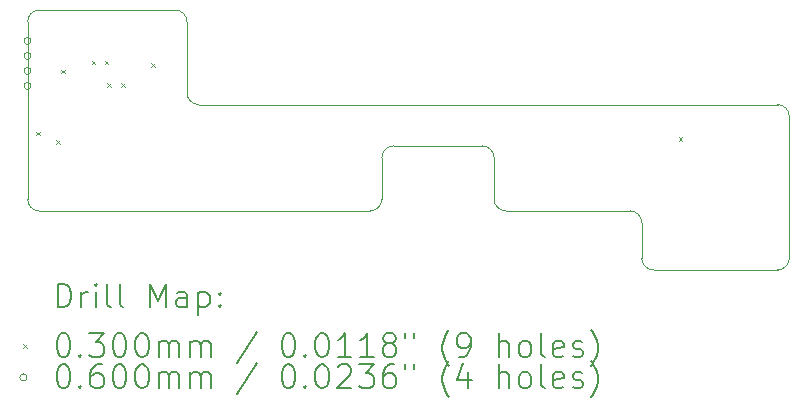
<source format=gbr>
%TF.GenerationSoftware,KiCad,Pcbnew,8.0.0*%
%TF.CreationDate,2024-06-25T20:42:57+02:00*%
%TF.ProjectId,FT24-AMS_Slave-Piggy,46543234-2d41-44d5-935f-536c6176652d,rev?*%
%TF.SameCoordinates,Original*%
%TF.FileFunction,Drillmap*%
%TF.FilePolarity,Positive*%
%FSLAX45Y45*%
G04 Gerber Fmt 4.5, Leading zero omitted, Abs format (unit mm)*
G04 Created by KiCad (PCBNEW 8.0.0) date 2024-06-25 20:42:57*
%MOMM*%
%LPD*%
G01*
G04 APERTURE LIST*
%ADD10C,0.100000*%
%ADD11C,0.200000*%
G04 APERTURE END LIST*
D10*
X18000000Y-10350000D02*
G75*
G02*
X18100000Y-10450000I0J-100000D01*
G01*
X14150000Y-8650000D02*
G75*
G02*
X14250000Y-8750000I0J-100000D01*
G01*
X14250000Y-8750000D02*
X14250000Y-9350000D01*
X19350000Y-10750000D02*
G75*
G02*
X19250000Y-10850000I-100000J0D01*
G01*
X19250000Y-9450000D02*
G75*
G02*
X19350000Y-9550000I0J-100000D01*
G01*
X16750000Y-9800000D02*
G75*
G02*
X16850000Y-9900000I0J-100000D01*
G01*
X14350000Y-9450000D02*
X19250000Y-9450000D01*
X12900000Y-10250000D02*
X12900000Y-8750000D01*
X12900000Y-8750000D02*
G75*
G02*
X13000000Y-8650000I100000J0D01*
G01*
X19250000Y-10850000D02*
X18200000Y-10850000D01*
X15900000Y-10250000D02*
X15900000Y-9900000D01*
X19350000Y-9550000D02*
X19350000Y-10750000D01*
X18100000Y-10750000D02*
X18100000Y-10450000D01*
X18200000Y-10850000D02*
G75*
G02*
X18100000Y-10750000I0J100000D01*
G01*
X15900000Y-10250000D02*
G75*
G02*
X15800000Y-10350000I-100000J0D01*
G01*
X13000000Y-10350000D02*
G75*
G02*
X12900000Y-10250000I0J100000D01*
G01*
X15900000Y-9900000D02*
G75*
G02*
X16000000Y-9800000I100000J0D01*
G01*
X16950000Y-10350000D02*
G75*
G02*
X16850000Y-10250000I0J100000D01*
G01*
X13000000Y-10350000D02*
X15800000Y-10350000D01*
X16000000Y-9800000D02*
X16750000Y-9800000D01*
X16950000Y-10350000D02*
X18000000Y-10350000D01*
X16850000Y-9900000D02*
X16850000Y-10250000D01*
X13000000Y-8650000D02*
X14150000Y-8650000D01*
X14350000Y-9450000D02*
G75*
G02*
X14250000Y-9350000I0J100000D01*
G01*
D11*
D10*
X12975000Y-9680000D02*
X13005000Y-9710000D01*
X13005000Y-9680000D02*
X12975000Y-9710000D01*
X13145000Y-9750000D02*
X13175000Y-9780000D01*
X13175000Y-9750000D02*
X13145000Y-9780000D01*
X13185000Y-9155000D02*
X13215000Y-9185000D01*
X13215000Y-9155000D02*
X13185000Y-9185000D01*
X13445000Y-9080000D02*
X13475000Y-9110000D01*
X13475000Y-9080000D02*
X13445000Y-9110000D01*
X13555000Y-9080000D02*
X13585000Y-9110000D01*
X13585000Y-9080000D02*
X13555000Y-9110000D01*
X13575000Y-9270000D02*
X13605000Y-9300000D01*
X13605000Y-9270000D02*
X13575000Y-9300000D01*
X13695000Y-9270000D02*
X13725000Y-9300000D01*
X13725000Y-9270000D02*
X13695000Y-9300000D01*
X13945000Y-9100000D02*
X13975000Y-9130000D01*
X13975000Y-9100000D02*
X13945000Y-9130000D01*
X18415000Y-9725000D02*
X18445000Y-9755000D01*
X18445000Y-9725000D02*
X18415000Y-9755000D01*
X12930000Y-8910500D02*
G75*
G02*
X12870000Y-8910500I-30000J0D01*
G01*
X12870000Y-8910500D02*
G75*
G02*
X12930000Y-8910500I30000J0D01*
G01*
X12930000Y-9037500D02*
G75*
G02*
X12870000Y-9037500I-30000J0D01*
G01*
X12870000Y-9037500D02*
G75*
G02*
X12930000Y-9037500I30000J0D01*
G01*
X12930000Y-9164500D02*
G75*
G02*
X12870000Y-9164500I-30000J0D01*
G01*
X12870000Y-9164500D02*
G75*
G02*
X12930000Y-9164500I30000J0D01*
G01*
X12930000Y-9291500D02*
G75*
G02*
X12870000Y-9291500I-30000J0D01*
G01*
X12870000Y-9291500D02*
G75*
G02*
X12930000Y-9291500I30000J0D01*
G01*
D11*
X13155777Y-11166484D02*
X13155777Y-10966484D01*
X13155777Y-10966484D02*
X13203396Y-10966484D01*
X13203396Y-10966484D02*
X13231967Y-10976008D01*
X13231967Y-10976008D02*
X13251015Y-10995055D01*
X13251015Y-10995055D02*
X13260539Y-11014103D01*
X13260539Y-11014103D02*
X13270062Y-11052198D01*
X13270062Y-11052198D02*
X13270062Y-11080770D01*
X13270062Y-11080770D02*
X13260539Y-11118865D01*
X13260539Y-11118865D02*
X13251015Y-11137912D01*
X13251015Y-11137912D02*
X13231967Y-11156960D01*
X13231967Y-11156960D02*
X13203396Y-11166484D01*
X13203396Y-11166484D02*
X13155777Y-11166484D01*
X13355777Y-11166484D02*
X13355777Y-11033150D01*
X13355777Y-11071246D02*
X13365301Y-11052198D01*
X13365301Y-11052198D02*
X13374824Y-11042674D01*
X13374824Y-11042674D02*
X13393872Y-11033150D01*
X13393872Y-11033150D02*
X13412920Y-11033150D01*
X13479586Y-11166484D02*
X13479586Y-11033150D01*
X13479586Y-10966484D02*
X13470062Y-10976008D01*
X13470062Y-10976008D02*
X13479586Y-10985531D01*
X13479586Y-10985531D02*
X13489110Y-10976008D01*
X13489110Y-10976008D02*
X13479586Y-10966484D01*
X13479586Y-10966484D02*
X13479586Y-10985531D01*
X13603396Y-11166484D02*
X13584348Y-11156960D01*
X13584348Y-11156960D02*
X13574824Y-11137912D01*
X13574824Y-11137912D02*
X13574824Y-10966484D01*
X13708158Y-11166484D02*
X13689110Y-11156960D01*
X13689110Y-11156960D02*
X13679586Y-11137912D01*
X13679586Y-11137912D02*
X13679586Y-10966484D01*
X13936729Y-11166484D02*
X13936729Y-10966484D01*
X13936729Y-10966484D02*
X14003396Y-11109341D01*
X14003396Y-11109341D02*
X14070062Y-10966484D01*
X14070062Y-10966484D02*
X14070062Y-11166484D01*
X14251015Y-11166484D02*
X14251015Y-11061722D01*
X14251015Y-11061722D02*
X14241491Y-11042674D01*
X14241491Y-11042674D02*
X14222443Y-11033150D01*
X14222443Y-11033150D02*
X14184348Y-11033150D01*
X14184348Y-11033150D02*
X14165301Y-11042674D01*
X14251015Y-11156960D02*
X14231967Y-11166484D01*
X14231967Y-11166484D02*
X14184348Y-11166484D01*
X14184348Y-11166484D02*
X14165301Y-11156960D01*
X14165301Y-11156960D02*
X14155777Y-11137912D01*
X14155777Y-11137912D02*
X14155777Y-11118865D01*
X14155777Y-11118865D02*
X14165301Y-11099817D01*
X14165301Y-11099817D02*
X14184348Y-11090293D01*
X14184348Y-11090293D02*
X14231967Y-11090293D01*
X14231967Y-11090293D02*
X14251015Y-11080770D01*
X14346253Y-11033150D02*
X14346253Y-11233150D01*
X14346253Y-11042674D02*
X14365301Y-11033150D01*
X14365301Y-11033150D02*
X14403396Y-11033150D01*
X14403396Y-11033150D02*
X14422443Y-11042674D01*
X14422443Y-11042674D02*
X14431967Y-11052198D01*
X14431967Y-11052198D02*
X14441491Y-11071246D01*
X14441491Y-11071246D02*
X14441491Y-11128389D01*
X14441491Y-11128389D02*
X14431967Y-11147436D01*
X14431967Y-11147436D02*
X14422443Y-11156960D01*
X14422443Y-11156960D02*
X14403396Y-11166484D01*
X14403396Y-11166484D02*
X14365301Y-11166484D01*
X14365301Y-11166484D02*
X14346253Y-11156960D01*
X14527205Y-11147436D02*
X14536729Y-11156960D01*
X14536729Y-11156960D02*
X14527205Y-11166484D01*
X14527205Y-11166484D02*
X14517682Y-11156960D01*
X14517682Y-11156960D02*
X14527205Y-11147436D01*
X14527205Y-11147436D02*
X14527205Y-11166484D01*
X14527205Y-11042674D02*
X14536729Y-11052198D01*
X14536729Y-11052198D02*
X14527205Y-11061722D01*
X14527205Y-11061722D02*
X14517682Y-11052198D01*
X14517682Y-11052198D02*
X14527205Y-11042674D01*
X14527205Y-11042674D02*
X14527205Y-11061722D01*
D10*
X12865000Y-11480000D02*
X12895000Y-11510000D01*
X12895000Y-11480000D02*
X12865000Y-11510000D01*
D11*
X13193872Y-11386484D02*
X13212920Y-11386484D01*
X13212920Y-11386484D02*
X13231967Y-11396008D01*
X13231967Y-11396008D02*
X13241491Y-11405531D01*
X13241491Y-11405531D02*
X13251015Y-11424579D01*
X13251015Y-11424579D02*
X13260539Y-11462674D01*
X13260539Y-11462674D02*
X13260539Y-11510293D01*
X13260539Y-11510293D02*
X13251015Y-11548388D01*
X13251015Y-11548388D02*
X13241491Y-11567436D01*
X13241491Y-11567436D02*
X13231967Y-11576960D01*
X13231967Y-11576960D02*
X13212920Y-11586484D01*
X13212920Y-11586484D02*
X13193872Y-11586484D01*
X13193872Y-11586484D02*
X13174824Y-11576960D01*
X13174824Y-11576960D02*
X13165301Y-11567436D01*
X13165301Y-11567436D02*
X13155777Y-11548388D01*
X13155777Y-11548388D02*
X13146253Y-11510293D01*
X13146253Y-11510293D02*
X13146253Y-11462674D01*
X13146253Y-11462674D02*
X13155777Y-11424579D01*
X13155777Y-11424579D02*
X13165301Y-11405531D01*
X13165301Y-11405531D02*
X13174824Y-11396008D01*
X13174824Y-11396008D02*
X13193872Y-11386484D01*
X13346253Y-11567436D02*
X13355777Y-11576960D01*
X13355777Y-11576960D02*
X13346253Y-11586484D01*
X13346253Y-11586484D02*
X13336729Y-11576960D01*
X13336729Y-11576960D02*
X13346253Y-11567436D01*
X13346253Y-11567436D02*
X13346253Y-11586484D01*
X13422443Y-11386484D02*
X13546253Y-11386484D01*
X13546253Y-11386484D02*
X13479586Y-11462674D01*
X13479586Y-11462674D02*
X13508158Y-11462674D01*
X13508158Y-11462674D02*
X13527205Y-11472198D01*
X13527205Y-11472198D02*
X13536729Y-11481722D01*
X13536729Y-11481722D02*
X13546253Y-11500769D01*
X13546253Y-11500769D02*
X13546253Y-11548388D01*
X13546253Y-11548388D02*
X13536729Y-11567436D01*
X13536729Y-11567436D02*
X13527205Y-11576960D01*
X13527205Y-11576960D02*
X13508158Y-11586484D01*
X13508158Y-11586484D02*
X13451015Y-11586484D01*
X13451015Y-11586484D02*
X13431967Y-11576960D01*
X13431967Y-11576960D02*
X13422443Y-11567436D01*
X13670062Y-11386484D02*
X13689110Y-11386484D01*
X13689110Y-11386484D02*
X13708158Y-11396008D01*
X13708158Y-11396008D02*
X13717682Y-11405531D01*
X13717682Y-11405531D02*
X13727205Y-11424579D01*
X13727205Y-11424579D02*
X13736729Y-11462674D01*
X13736729Y-11462674D02*
X13736729Y-11510293D01*
X13736729Y-11510293D02*
X13727205Y-11548388D01*
X13727205Y-11548388D02*
X13717682Y-11567436D01*
X13717682Y-11567436D02*
X13708158Y-11576960D01*
X13708158Y-11576960D02*
X13689110Y-11586484D01*
X13689110Y-11586484D02*
X13670062Y-11586484D01*
X13670062Y-11586484D02*
X13651015Y-11576960D01*
X13651015Y-11576960D02*
X13641491Y-11567436D01*
X13641491Y-11567436D02*
X13631967Y-11548388D01*
X13631967Y-11548388D02*
X13622443Y-11510293D01*
X13622443Y-11510293D02*
X13622443Y-11462674D01*
X13622443Y-11462674D02*
X13631967Y-11424579D01*
X13631967Y-11424579D02*
X13641491Y-11405531D01*
X13641491Y-11405531D02*
X13651015Y-11396008D01*
X13651015Y-11396008D02*
X13670062Y-11386484D01*
X13860539Y-11386484D02*
X13879586Y-11386484D01*
X13879586Y-11386484D02*
X13898634Y-11396008D01*
X13898634Y-11396008D02*
X13908158Y-11405531D01*
X13908158Y-11405531D02*
X13917682Y-11424579D01*
X13917682Y-11424579D02*
X13927205Y-11462674D01*
X13927205Y-11462674D02*
X13927205Y-11510293D01*
X13927205Y-11510293D02*
X13917682Y-11548388D01*
X13917682Y-11548388D02*
X13908158Y-11567436D01*
X13908158Y-11567436D02*
X13898634Y-11576960D01*
X13898634Y-11576960D02*
X13879586Y-11586484D01*
X13879586Y-11586484D02*
X13860539Y-11586484D01*
X13860539Y-11586484D02*
X13841491Y-11576960D01*
X13841491Y-11576960D02*
X13831967Y-11567436D01*
X13831967Y-11567436D02*
X13822443Y-11548388D01*
X13822443Y-11548388D02*
X13812920Y-11510293D01*
X13812920Y-11510293D02*
X13812920Y-11462674D01*
X13812920Y-11462674D02*
X13822443Y-11424579D01*
X13822443Y-11424579D02*
X13831967Y-11405531D01*
X13831967Y-11405531D02*
X13841491Y-11396008D01*
X13841491Y-11396008D02*
X13860539Y-11386484D01*
X14012920Y-11586484D02*
X14012920Y-11453150D01*
X14012920Y-11472198D02*
X14022443Y-11462674D01*
X14022443Y-11462674D02*
X14041491Y-11453150D01*
X14041491Y-11453150D02*
X14070063Y-11453150D01*
X14070063Y-11453150D02*
X14089110Y-11462674D01*
X14089110Y-11462674D02*
X14098634Y-11481722D01*
X14098634Y-11481722D02*
X14098634Y-11586484D01*
X14098634Y-11481722D02*
X14108158Y-11462674D01*
X14108158Y-11462674D02*
X14127205Y-11453150D01*
X14127205Y-11453150D02*
X14155777Y-11453150D01*
X14155777Y-11453150D02*
X14174824Y-11462674D01*
X14174824Y-11462674D02*
X14184348Y-11481722D01*
X14184348Y-11481722D02*
X14184348Y-11586484D01*
X14279586Y-11586484D02*
X14279586Y-11453150D01*
X14279586Y-11472198D02*
X14289110Y-11462674D01*
X14289110Y-11462674D02*
X14308158Y-11453150D01*
X14308158Y-11453150D02*
X14336729Y-11453150D01*
X14336729Y-11453150D02*
X14355777Y-11462674D01*
X14355777Y-11462674D02*
X14365301Y-11481722D01*
X14365301Y-11481722D02*
X14365301Y-11586484D01*
X14365301Y-11481722D02*
X14374824Y-11462674D01*
X14374824Y-11462674D02*
X14393872Y-11453150D01*
X14393872Y-11453150D02*
X14422443Y-11453150D01*
X14422443Y-11453150D02*
X14441491Y-11462674D01*
X14441491Y-11462674D02*
X14451015Y-11481722D01*
X14451015Y-11481722D02*
X14451015Y-11586484D01*
X14841491Y-11376960D02*
X14670063Y-11634103D01*
X15098634Y-11386484D02*
X15117682Y-11386484D01*
X15117682Y-11386484D02*
X15136729Y-11396008D01*
X15136729Y-11396008D02*
X15146253Y-11405531D01*
X15146253Y-11405531D02*
X15155777Y-11424579D01*
X15155777Y-11424579D02*
X15165301Y-11462674D01*
X15165301Y-11462674D02*
X15165301Y-11510293D01*
X15165301Y-11510293D02*
X15155777Y-11548388D01*
X15155777Y-11548388D02*
X15146253Y-11567436D01*
X15146253Y-11567436D02*
X15136729Y-11576960D01*
X15136729Y-11576960D02*
X15117682Y-11586484D01*
X15117682Y-11586484D02*
X15098634Y-11586484D01*
X15098634Y-11586484D02*
X15079586Y-11576960D01*
X15079586Y-11576960D02*
X15070063Y-11567436D01*
X15070063Y-11567436D02*
X15060539Y-11548388D01*
X15060539Y-11548388D02*
X15051015Y-11510293D01*
X15051015Y-11510293D02*
X15051015Y-11462674D01*
X15051015Y-11462674D02*
X15060539Y-11424579D01*
X15060539Y-11424579D02*
X15070063Y-11405531D01*
X15070063Y-11405531D02*
X15079586Y-11396008D01*
X15079586Y-11396008D02*
X15098634Y-11386484D01*
X15251015Y-11567436D02*
X15260539Y-11576960D01*
X15260539Y-11576960D02*
X15251015Y-11586484D01*
X15251015Y-11586484D02*
X15241491Y-11576960D01*
X15241491Y-11576960D02*
X15251015Y-11567436D01*
X15251015Y-11567436D02*
X15251015Y-11586484D01*
X15384348Y-11386484D02*
X15403396Y-11386484D01*
X15403396Y-11386484D02*
X15422444Y-11396008D01*
X15422444Y-11396008D02*
X15431967Y-11405531D01*
X15431967Y-11405531D02*
X15441491Y-11424579D01*
X15441491Y-11424579D02*
X15451015Y-11462674D01*
X15451015Y-11462674D02*
X15451015Y-11510293D01*
X15451015Y-11510293D02*
X15441491Y-11548388D01*
X15441491Y-11548388D02*
X15431967Y-11567436D01*
X15431967Y-11567436D02*
X15422444Y-11576960D01*
X15422444Y-11576960D02*
X15403396Y-11586484D01*
X15403396Y-11586484D02*
X15384348Y-11586484D01*
X15384348Y-11586484D02*
X15365301Y-11576960D01*
X15365301Y-11576960D02*
X15355777Y-11567436D01*
X15355777Y-11567436D02*
X15346253Y-11548388D01*
X15346253Y-11548388D02*
X15336729Y-11510293D01*
X15336729Y-11510293D02*
X15336729Y-11462674D01*
X15336729Y-11462674D02*
X15346253Y-11424579D01*
X15346253Y-11424579D02*
X15355777Y-11405531D01*
X15355777Y-11405531D02*
X15365301Y-11396008D01*
X15365301Y-11396008D02*
X15384348Y-11386484D01*
X15641491Y-11586484D02*
X15527206Y-11586484D01*
X15584348Y-11586484D02*
X15584348Y-11386484D01*
X15584348Y-11386484D02*
X15565301Y-11415055D01*
X15565301Y-11415055D02*
X15546253Y-11434103D01*
X15546253Y-11434103D02*
X15527206Y-11443627D01*
X15831967Y-11586484D02*
X15717682Y-11586484D01*
X15774825Y-11586484D02*
X15774825Y-11386484D01*
X15774825Y-11386484D02*
X15755777Y-11415055D01*
X15755777Y-11415055D02*
X15736729Y-11434103D01*
X15736729Y-11434103D02*
X15717682Y-11443627D01*
X15946253Y-11472198D02*
X15927206Y-11462674D01*
X15927206Y-11462674D02*
X15917682Y-11453150D01*
X15917682Y-11453150D02*
X15908158Y-11434103D01*
X15908158Y-11434103D02*
X15908158Y-11424579D01*
X15908158Y-11424579D02*
X15917682Y-11405531D01*
X15917682Y-11405531D02*
X15927206Y-11396008D01*
X15927206Y-11396008D02*
X15946253Y-11386484D01*
X15946253Y-11386484D02*
X15984348Y-11386484D01*
X15984348Y-11386484D02*
X16003396Y-11396008D01*
X16003396Y-11396008D02*
X16012920Y-11405531D01*
X16012920Y-11405531D02*
X16022444Y-11424579D01*
X16022444Y-11424579D02*
X16022444Y-11434103D01*
X16022444Y-11434103D02*
X16012920Y-11453150D01*
X16012920Y-11453150D02*
X16003396Y-11462674D01*
X16003396Y-11462674D02*
X15984348Y-11472198D01*
X15984348Y-11472198D02*
X15946253Y-11472198D01*
X15946253Y-11472198D02*
X15927206Y-11481722D01*
X15927206Y-11481722D02*
X15917682Y-11491246D01*
X15917682Y-11491246D02*
X15908158Y-11510293D01*
X15908158Y-11510293D02*
X15908158Y-11548388D01*
X15908158Y-11548388D02*
X15917682Y-11567436D01*
X15917682Y-11567436D02*
X15927206Y-11576960D01*
X15927206Y-11576960D02*
X15946253Y-11586484D01*
X15946253Y-11586484D02*
X15984348Y-11586484D01*
X15984348Y-11586484D02*
X16003396Y-11576960D01*
X16003396Y-11576960D02*
X16012920Y-11567436D01*
X16012920Y-11567436D02*
X16022444Y-11548388D01*
X16022444Y-11548388D02*
X16022444Y-11510293D01*
X16022444Y-11510293D02*
X16012920Y-11491246D01*
X16012920Y-11491246D02*
X16003396Y-11481722D01*
X16003396Y-11481722D02*
X15984348Y-11472198D01*
X16098634Y-11386484D02*
X16098634Y-11424579D01*
X16174825Y-11386484D02*
X16174825Y-11424579D01*
X16470063Y-11662674D02*
X16460539Y-11653150D01*
X16460539Y-11653150D02*
X16441491Y-11624579D01*
X16441491Y-11624579D02*
X16431968Y-11605531D01*
X16431968Y-11605531D02*
X16422444Y-11576960D01*
X16422444Y-11576960D02*
X16412920Y-11529341D01*
X16412920Y-11529341D02*
X16412920Y-11491246D01*
X16412920Y-11491246D02*
X16422444Y-11443627D01*
X16422444Y-11443627D02*
X16431968Y-11415055D01*
X16431968Y-11415055D02*
X16441491Y-11396008D01*
X16441491Y-11396008D02*
X16460539Y-11367436D01*
X16460539Y-11367436D02*
X16470063Y-11357912D01*
X16555777Y-11586484D02*
X16593872Y-11586484D01*
X16593872Y-11586484D02*
X16612920Y-11576960D01*
X16612920Y-11576960D02*
X16622444Y-11567436D01*
X16622444Y-11567436D02*
X16641491Y-11538865D01*
X16641491Y-11538865D02*
X16651015Y-11500769D01*
X16651015Y-11500769D02*
X16651015Y-11424579D01*
X16651015Y-11424579D02*
X16641491Y-11405531D01*
X16641491Y-11405531D02*
X16631968Y-11396008D01*
X16631968Y-11396008D02*
X16612920Y-11386484D01*
X16612920Y-11386484D02*
X16574825Y-11386484D01*
X16574825Y-11386484D02*
X16555777Y-11396008D01*
X16555777Y-11396008D02*
X16546253Y-11405531D01*
X16546253Y-11405531D02*
X16536729Y-11424579D01*
X16536729Y-11424579D02*
X16536729Y-11472198D01*
X16536729Y-11472198D02*
X16546253Y-11491246D01*
X16546253Y-11491246D02*
X16555777Y-11500769D01*
X16555777Y-11500769D02*
X16574825Y-11510293D01*
X16574825Y-11510293D02*
X16612920Y-11510293D01*
X16612920Y-11510293D02*
X16631968Y-11500769D01*
X16631968Y-11500769D02*
X16641491Y-11491246D01*
X16641491Y-11491246D02*
X16651015Y-11472198D01*
X16889111Y-11586484D02*
X16889111Y-11386484D01*
X16974825Y-11586484D02*
X16974825Y-11481722D01*
X16974825Y-11481722D02*
X16965301Y-11462674D01*
X16965301Y-11462674D02*
X16946253Y-11453150D01*
X16946253Y-11453150D02*
X16917682Y-11453150D01*
X16917682Y-11453150D02*
X16898634Y-11462674D01*
X16898634Y-11462674D02*
X16889111Y-11472198D01*
X17098634Y-11586484D02*
X17079587Y-11576960D01*
X17079587Y-11576960D02*
X17070063Y-11567436D01*
X17070063Y-11567436D02*
X17060539Y-11548388D01*
X17060539Y-11548388D02*
X17060539Y-11491246D01*
X17060539Y-11491246D02*
X17070063Y-11472198D01*
X17070063Y-11472198D02*
X17079587Y-11462674D01*
X17079587Y-11462674D02*
X17098634Y-11453150D01*
X17098634Y-11453150D02*
X17127206Y-11453150D01*
X17127206Y-11453150D02*
X17146253Y-11462674D01*
X17146253Y-11462674D02*
X17155777Y-11472198D01*
X17155777Y-11472198D02*
X17165301Y-11491246D01*
X17165301Y-11491246D02*
X17165301Y-11548388D01*
X17165301Y-11548388D02*
X17155777Y-11567436D01*
X17155777Y-11567436D02*
X17146253Y-11576960D01*
X17146253Y-11576960D02*
X17127206Y-11586484D01*
X17127206Y-11586484D02*
X17098634Y-11586484D01*
X17279587Y-11586484D02*
X17260539Y-11576960D01*
X17260539Y-11576960D02*
X17251015Y-11557912D01*
X17251015Y-11557912D02*
X17251015Y-11386484D01*
X17431968Y-11576960D02*
X17412920Y-11586484D01*
X17412920Y-11586484D02*
X17374825Y-11586484D01*
X17374825Y-11586484D02*
X17355777Y-11576960D01*
X17355777Y-11576960D02*
X17346253Y-11557912D01*
X17346253Y-11557912D02*
X17346253Y-11481722D01*
X17346253Y-11481722D02*
X17355777Y-11462674D01*
X17355777Y-11462674D02*
X17374825Y-11453150D01*
X17374825Y-11453150D02*
X17412920Y-11453150D01*
X17412920Y-11453150D02*
X17431968Y-11462674D01*
X17431968Y-11462674D02*
X17441492Y-11481722D01*
X17441492Y-11481722D02*
X17441492Y-11500769D01*
X17441492Y-11500769D02*
X17346253Y-11519817D01*
X17517682Y-11576960D02*
X17536730Y-11586484D01*
X17536730Y-11586484D02*
X17574825Y-11586484D01*
X17574825Y-11586484D02*
X17593873Y-11576960D01*
X17593873Y-11576960D02*
X17603396Y-11557912D01*
X17603396Y-11557912D02*
X17603396Y-11548388D01*
X17603396Y-11548388D02*
X17593873Y-11529341D01*
X17593873Y-11529341D02*
X17574825Y-11519817D01*
X17574825Y-11519817D02*
X17546253Y-11519817D01*
X17546253Y-11519817D02*
X17527206Y-11510293D01*
X17527206Y-11510293D02*
X17517682Y-11491246D01*
X17517682Y-11491246D02*
X17517682Y-11481722D01*
X17517682Y-11481722D02*
X17527206Y-11462674D01*
X17527206Y-11462674D02*
X17546253Y-11453150D01*
X17546253Y-11453150D02*
X17574825Y-11453150D01*
X17574825Y-11453150D02*
X17593873Y-11462674D01*
X17670063Y-11662674D02*
X17679587Y-11653150D01*
X17679587Y-11653150D02*
X17698634Y-11624579D01*
X17698634Y-11624579D02*
X17708158Y-11605531D01*
X17708158Y-11605531D02*
X17717682Y-11576960D01*
X17717682Y-11576960D02*
X17727206Y-11529341D01*
X17727206Y-11529341D02*
X17727206Y-11491246D01*
X17727206Y-11491246D02*
X17717682Y-11443627D01*
X17717682Y-11443627D02*
X17708158Y-11415055D01*
X17708158Y-11415055D02*
X17698634Y-11396008D01*
X17698634Y-11396008D02*
X17679587Y-11367436D01*
X17679587Y-11367436D02*
X17670063Y-11357912D01*
D10*
X12895000Y-11759000D02*
G75*
G02*
X12835000Y-11759000I-30000J0D01*
G01*
X12835000Y-11759000D02*
G75*
G02*
X12895000Y-11759000I30000J0D01*
G01*
D11*
X13193872Y-11650484D02*
X13212920Y-11650484D01*
X13212920Y-11650484D02*
X13231967Y-11660008D01*
X13231967Y-11660008D02*
X13241491Y-11669531D01*
X13241491Y-11669531D02*
X13251015Y-11688579D01*
X13251015Y-11688579D02*
X13260539Y-11726674D01*
X13260539Y-11726674D02*
X13260539Y-11774293D01*
X13260539Y-11774293D02*
X13251015Y-11812388D01*
X13251015Y-11812388D02*
X13241491Y-11831436D01*
X13241491Y-11831436D02*
X13231967Y-11840960D01*
X13231967Y-11840960D02*
X13212920Y-11850484D01*
X13212920Y-11850484D02*
X13193872Y-11850484D01*
X13193872Y-11850484D02*
X13174824Y-11840960D01*
X13174824Y-11840960D02*
X13165301Y-11831436D01*
X13165301Y-11831436D02*
X13155777Y-11812388D01*
X13155777Y-11812388D02*
X13146253Y-11774293D01*
X13146253Y-11774293D02*
X13146253Y-11726674D01*
X13146253Y-11726674D02*
X13155777Y-11688579D01*
X13155777Y-11688579D02*
X13165301Y-11669531D01*
X13165301Y-11669531D02*
X13174824Y-11660008D01*
X13174824Y-11660008D02*
X13193872Y-11650484D01*
X13346253Y-11831436D02*
X13355777Y-11840960D01*
X13355777Y-11840960D02*
X13346253Y-11850484D01*
X13346253Y-11850484D02*
X13336729Y-11840960D01*
X13336729Y-11840960D02*
X13346253Y-11831436D01*
X13346253Y-11831436D02*
X13346253Y-11850484D01*
X13527205Y-11650484D02*
X13489110Y-11650484D01*
X13489110Y-11650484D02*
X13470062Y-11660008D01*
X13470062Y-11660008D02*
X13460539Y-11669531D01*
X13460539Y-11669531D02*
X13441491Y-11698103D01*
X13441491Y-11698103D02*
X13431967Y-11736198D01*
X13431967Y-11736198D02*
X13431967Y-11812388D01*
X13431967Y-11812388D02*
X13441491Y-11831436D01*
X13441491Y-11831436D02*
X13451015Y-11840960D01*
X13451015Y-11840960D02*
X13470062Y-11850484D01*
X13470062Y-11850484D02*
X13508158Y-11850484D01*
X13508158Y-11850484D02*
X13527205Y-11840960D01*
X13527205Y-11840960D02*
X13536729Y-11831436D01*
X13536729Y-11831436D02*
X13546253Y-11812388D01*
X13546253Y-11812388D02*
X13546253Y-11764769D01*
X13546253Y-11764769D02*
X13536729Y-11745722D01*
X13536729Y-11745722D02*
X13527205Y-11736198D01*
X13527205Y-11736198D02*
X13508158Y-11726674D01*
X13508158Y-11726674D02*
X13470062Y-11726674D01*
X13470062Y-11726674D02*
X13451015Y-11736198D01*
X13451015Y-11736198D02*
X13441491Y-11745722D01*
X13441491Y-11745722D02*
X13431967Y-11764769D01*
X13670062Y-11650484D02*
X13689110Y-11650484D01*
X13689110Y-11650484D02*
X13708158Y-11660008D01*
X13708158Y-11660008D02*
X13717682Y-11669531D01*
X13717682Y-11669531D02*
X13727205Y-11688579D01*
X13727205Y-11688579D02*
X13736729Y-11726674D01*
X13736729Y-11726674D02*
X13736729Y-11774293D01*
X13736729Y-11774293D02*
X13727205Y-11812388D01*
X13727205Y-11812388D02*
X13717682Y-11831436D01*
X13717682Y-11831436D02*
X13708158Y-11840960D01*
X13708158Y-11840960D02*
X13689110Y-11850484D01*
X13689110Y-11850484D02*
X13670062Y-11850484D01*
X13670062Y-11850484D02*
X13651015Y-11840960D01*
X13651015Y-11840960D02*
X13641491Y-11831436D01*
X13641491Y-11831436D02*
X13631967Y-11812388D01*
X13631967Y-11812388D02*
X13622443Y-11774293D01*
X13622443Y-11774293D02*
X13622443Y-11726674D01*
X13622443Y-11726674D02*
X13631967Y-11688579D01*
X13631967Y-11688579D02*
X13641491Y-11669531D01*
X13641491Y-11669531D02*
X13651015Y-11660008D01*
X13651015Y-11660008D02*
X13670062Y-11650484D01*
X13860539Y-11650484D02*
X13879586Y-11650484D01*
X13879586Y-11650484D02*
X13898634Y-11660008D01*
X13898634Y-11660008D02*
X13908158Y-11669531D01*
X13908158Y-11669531D02*
X13917682Y-11688579D01*
X13917682Y-11688579D02*
X13927205Y-11726674D01*
X13927205Y-11726674D02*
X13927205Y-11774293D01*
X13927205Y-11774293D02*
X13917682Y-11812388D01*
X13917682Y-11812388D02*
X13908158Y-11831436D01*
X13908158Y-11831436D02*
X13898634Y-11840960D01*
X13898634Y-11840960D02*
X13879586Y-11850484D01*
X13879586Y-11850484D02*
X13860539Y-11850484D01*
X13860539Y-11850484D02*
X13841491Y-11840960D01*
X13841491Y-11840960D02*
X13831967Y-11831436D01*
X13831967Y-11831436D02*
X13822443Y-11812388D01*
X13822443Y-11812388D02*
X13812920Y-11774293D01*
X13812920Y-11774293D02*
X13812920Y-11726674D01*
X13812920Y-11726674D02*
X13822443Y-11688579D01*
X13822443Y-11688579D02*
X13831967Y-11669531D01*
X13831967Y-11669531D02*
X13841491Y-11660008D01*
X13841491Y-11660008D02*
X13860539Y-11650484D01*
X14012920Y-11850484D02*
X14012920Y-11717150D01*
X14012920Y-11736198D02*
X14022443Y-11726674D01*
X14022443Y-11726674D02*
X14041491Y-11717150D01*
X14041491Y-11717150D02*
X14070063Y-11717150D01*
X14070063Y-11717150D02*
X14089110Y-11726674D01*
X14089110Y-11726674D02*
X14098634Y-11745722D01*
X14098634Y-11745722D02*
X14098634Y-11850484D01*
X14098634Y-11745722D02*
X14108158Y-11726674D01*
X14108158Y-11726674D02*
X14127205Y-11717150D01*
X14127205Y-11717150D02*
X14155777Y-11717150D01*
X14155777Y-11717150D02*
X14174824Y-11726674D01*
X14174824Y-11726674D02*
X14184348Y-11745722D01*
X14184348Y-11745722D02*
X14184348Y-11850484D01*
X14279586Y-11850484D02*
X14279586Y-11717150D01*
X14279586Y-11736198D02*
X14289110Y-11726674D01*
X14289110Y-11726674D02*
X14308158Y-11717150D01*
X14308158Y-11717150D02*
X14336729Y-11717150D01*
X14336729Y-11717150D02*
X14355777Y-11726674D01*
X14355777Y-11726674D02*
X14365301Y-11745722D01*
X14365301Y-11745722D02*
X14365301Y-11850484D01*
X14365301Y-11745722D02*
X14374824Y-11726674D01*
X14374824Y-11726674D02*
X14393872Y-11717150D01*
X14393872Y-11717150D02*
X14422443Y-11717150D01*
X14422443Y-11717150D02*
X14441491Y-11726674D01*
X14441491Y-11726674D02*
X14451015Y-11745722D01*
X14451015Y-11745722D02*
X14451015Y-11850484D01*
X14841491Y-11640960D02*
X14670063Y-11898103D01*
X15098634Y-11650484D02*
X15117682Y-11650484D01*
X15117682Y-11650484D02*
X15136729Y-11660008D01*
X15136729Y-11660008D02*
X15146253Y-11669531D01*
X15146253Y-11669531D02*
X15155777Y-11688579D01*
X15155777Y-11688579D02*
X15165301Y-11726674D01*
X15165301Y-11726674D02*
X15165301Y-11774293D01*
X15165301Y-11774293D02*
X15155777Y-11812388D01*
X15155777Y-11812388D02*
X15146253Y-11831436D01*
X15146253Y-11831436D02*
X15136729Y-11840960D01*
X15136729Y-11840960D02*
X15117682Y-11850484D01*
X15117682Y-11850484D02*
X15098634Y-11850484D01*
X15098634Y-11850484D02*
X15079586Y-11840960D01*
X15079586Y-11840960D02*
X15070063Y-11831436D01*
X15070063Y-11831436D02*
X15060539Y-11812388D01*
X15060539Y-11812388D02*
X15051015Y-11774293D01*
X15051015Y-11774293D02*
X15051015Y-11726674D01*
X15051015Y-11726674D02*
X15060539Y-11688579D01*
X15060539Y-11688579D02*
X15070063Y-11669531D01*
X15070063Y-11669531D02*
X15079586Y-11660008D01*
X15079586Y-11660008D02*
X15098634Y-11650484D01*
X15251015Y-11831436D02*
X15260539Y-11840960D01*
X15260539Y-11840960D02*
X15251015Y-11850484D01*
X15251015Y-11850484D02*
X15241491Y-11840960D01*
X15241491Y-11840960D02*
X15251015Y-11831436D01*
X15251015Y-11831436D02*
X15251015Y-11850484D01*
X15384348Y-11650484D02*
X15403396Y-11650484D01*
X15403396Y-11650484D02*
X15422444Y-11660008D01*
X15422444Y-11660008D02*
X15431967Y-11669531D01*
X15431967Y-11669531D02*
X15441491Y-11688579D01*
X15441491Y-11688579D02*
X15451015Y-11726674D01*
X15451015Y-11726674D02*
X15451015Y-11774293D01*
X15451015Y-11774293D02*
X15441491Y-11812388D01*
X15441491Y-11812388D02*
X15431967Y-11831436D01*
X15431967Y-11831436D02*
X15422444Y-11840960D01*
X15422444Y-11840960D02*
X15403396Y-11850484D01*
X15403396Y-11850484D02*
X15384348Y-11850484D01*
X15384348Y-11850484D02*
X15365301Y-11840960D01*
X15365301Y-11840960D02*
X15355777Y-11831436D01*
X15355777Y-11831436D02*
X15346253Y-11812388D01*
X15346253Y-11812388D02*
X15336729Y-11774293D01*
X15336729Y-11774293D02*
X15336729Y-11726674D01*
X15336729Y-11726674D02*
X15346253Y-11688579D01*
X15346253Y-11688579D02*
X15355777Y-11669531D01*
X15355777Y-11669531D02*
X15365301Y-11660008D01*
X15365301Y-11660008D02*
X15384348Y-11650484D01*
X15527206Y-11669531D02*
X15536729Y-11660008D01*
X15536729Y-11660008D02*
X15555777Y-11650484D01*
X15555777Y-11650484D02*
X15603396Y-11650484D01*
X15603396Y-11650484D02*
X15622444Y-11660008D01*
X15622444Y-11660008D02*
X15631967Y-11669531D01*
X15631967Y-11669531D02*
X15641491Y-11688579D01*
X15641491Y-11688579D02*
X15641491Y-11707627D01*
X15641491Y-11707627D02*
X15631967Y-11736198D01*
X15631967Y-11736198D02*
X15517682Y-11850484D01*
X15517682Y-11850484D02*
X15641491Y-11850484D01*
X15708158Y-11650484D02*
X15831967Y-11650484D01*
X15831967Y-11650484D02*
X15765301Y-11726674D01*
X15765301Y-11726674D02*
X15793872Y-11726674D01*
X15793872Y-11726674D02*
X15812920Y-11736198D01*
X15812920Y-11736198D02*
X15822444Y-11745722D01*
X15822444Y-11745722D02*
X15831967Y-11764769D01*
X15831967Y-11764769D02*
X15831967Y-11812388D01*
X15831967Y-11812388D02*
X15822444Y-11831436D01*
X15822444Y-11831436D02*
X15812920Y-11840960D01*
X15812920Y-11840960D02*
X15793872Y-11850484D01*
X15793872Y-11850484D02*
X15736729Y-11850484D01*
X15736729Y-11850484D02*
X15717682Y-11840960D01*
X15717682Y-11840960D02*
X15708158Y-11831436D01*
X16003396Y-11650484D02*
X15965301Y-11650484D01*
X15965301Y-11650484D02*
X15946253Y-11660008D01*
X15946253Y-11660008D02*
X15936729Y-11669531D01*
X15936729Y-11669531D02*
X15917682Y-11698103D01*
X15917682Y-11698103D02*
X15908158Y-11736198D01*
X15908158Y-11736198D02*
X15908158Y-11812388D01*
X15908158Y-11812388D02*
X15917682Y-11831436D01*
X15917682Y-11831436D02*
X15927206Y-11840960D01*
X15927206Y-11840960D02*
X15946253Y-11850484D01*
X15946253Y-11850484D02*
X15984348Y-11850484D01*
X15984348Y-11850484D02*
X16003396Y-11840960D01*
X16003396Y-11840960D02*
X16012920Y-11831436D01*
X16012920Y-11831436D02*
X16022444Y-11812388D01*
X16022444Y-11812388D02*
X16022444Y-11764769D01*
X16022444Y-11764769D02*
X16012920Y-11745722D01*
X16012920Y-11745722D02*
X16003396Y-11736198D01*
X16003396Y-11736198D02*
X15984348Y-11726674D01*
X15984348Y-11726674D02*
X15946253Y-11726674D01*
X15946253Y-11726674D02*
X15927206Y-11736198D01*
X15927206Y-11736198D02*
X15917682Y-11745722D01*
X15917682Y-11745722D02*
X15908158Y-11764769D01*
X16098634Y-11650484D02*
X16098634Y-11688579D01*
X16174825Y-11650484D02*
X16174825Y-11688579D01*
X16470063Y-11926674D02*
X16460539Y-11917150D01*
X16460539Y-11917150D02*
X16441491Y-11888579D01*
X16441491Y-11888579D02*
X16431968Y-11869531D01*
X16431968Y-11869531D02*
X16422444Y-11840960D01*
X16422444Y-11840960D02*
X16412920Y-11793341D01*
X16412920Y-11793341D02*
X16412920Y-11755246D01*
X16412920Y-11755246D02*
X16422444Y-11707627D01*
X16422444Y-11707627D02*
X16431968Y-11679055D01*
X16431968Y-11679055D02*
X16441491Y-11660008D01*
X16441491Y-11660008D02*
X16460539Y-11631436D01*
X16460539Y-11631436D02*
X16470063Y-11621912D01*
X16631968Y-11717150D02*
X16631968Y-11850484D01*
X16584348Y-11640960D02*
X16536729Y-11783817D01*
X16536729Y-11783817D02*
X16660539Y-11783817D01*
X16889111Y-11850484D02*
X16889111Y-11650484D01*
X16974825Y-11850484D02*
X16974825Y-11745722D01*
X16974825Y-11745722D02*
X16965301Y-11726674D01*
X16965301Y-11726674D02*
X16946253Y-11717150D01*
X16946253Y-11717150D02*
X16917682Y-11717150D01*
X16917682Y-11717150D02*
X16898634Y-11726674D01*
X16898634Y-11726674D02*
X16889111Y-11736198D01*
X17098634Y-11850484D02*
X17079587Y-11840960D01*
X17079587Y-11840960D02*
X17070063Y-11831436D01*
X17070063Y-11831436D02*
X17060539Y-11812388D01*
X17060539Y-11812388D02*
X17060539Y-11755246D01*
X17060539Y-11755246D02*
X17070063Y-11736198D01*
X17070063Y-11736198D02*
X17079587Y-11726674D01*
X17079587Y-11726674D02*
X17098634Y-11717150D01*
X17098634Y-11717150D02*
X17127206Y-11717150D01*
X17127206Y-11717150D02*
X17146253Y-11726674D01*
X17146253Y-11726674D02*
X17155777Y-11736198D01*
X17155777Y-11736198D02*
X17165301Y-11755246D01*
X17165301Y-11755246D02*
X17165301Y-11812388D01*
X17165301Y-11812388D02*
X17155777Y-11831436D01*
X17155777Y-11831436D02*
X17146253Y-11840960D01*
X17146253Y-11840960D02*
X17127206Y-11850484D01*
X17127206Y-11850484D02*
X17098634Y-11850484D01*
X17279587Y-11850484D02*
X17260539Y-11840960D01*
X17260539Y-11840960D02*
X17251015Y-11821912D01*
X17251015Y-11821912D02*
X17251015Y-11650484D01*
X17431968Y-11840960D02*
X17412920Y-11850484D01*
X17412920Y-11850484D02*
X17374825Y-11850484D01*
X17374825Y-11850484D02*
X17355777Y-11840960D01*
X17355777Y-11840960D02*
X17346253Y-11821912D01*
X17346253Y-11821912D02*
X17346253Y-11745722D01*
X17346253Y-11745722D02*
X17355777Y-11726674D01*
X17355777Y-11726674D02*
X17374825Y-11717150D01*
X17374825Y-11717150D02*
X17412920Y-11717150D01*
X17412920Y-11717150D02*
X17431968Y-11726674D01*
X17431968Y-11726674D02*
X17441492Y-11745722D01*
X17441492Y-11745722D02*
X17441492Y-11764769D01*
X17441492Y-11764769D02*
X17346253Y-11783817D01*
X17517682Y-11840960D02*
X17536730Y-11850484D01*
X17536730Y-11850484D02*
X17574825Y-11850484D01*
X17574825Y-11850484D02*
X17593873Y-11840960D01*
X17593873Y-11840960D02*
X17603396Y-11821912D01*
X17603396Y-11821912D02*
X17603396Y-11812388D01*
X17603396Y-11812388D02*
X17593873Y-11793341D01*
X17593873Y-11793341D02*
X17574825Y-11783817D01*
X17574825Y-11783817D02*
X17546253Y-11783817D01*
X17546253Y-11783817D02*
X17527206Y-11774293D01*
X17527206Y-11774293D02*
X17517682Y-11755246D01*
X17517682Y-11755246D02*
X17517682Y-11745722D01*
X17517682Y-11745722D02*
X17527206Y-11726674D01*
X17527206Y-11726674D02*
X17546253Y-11717150D01*
X17546253Y-11717150D02*
X17574825Y-11717150D01*
X17574825Y-11717150D02*
X17593873Y-11726674D01*
X17670063Y-11926674D02*
X17679587Y-11917150D01*
X17679587Y-11917150D02*
X17698634Y-11888579D01*
X17698634Y-11888579D02*
X17708158Y-11869531D01*
X17708158Y-11869531D02*
X17717682Y-11840960D01*
X17717682Y-11840960D02*
X17727206Y-11793341D01*
X17727206Y-11793341D02*
X17727206Y-11755246D01*
X17727206Y-11755246D02*
X17717682Y-11707627D01*
X17717682Y-11707627D02*
X17708158Y-11679055D01*
X17708158Y-11679055D02*
X17698634Y-11660008D01*
X17698634Y-11660008D02*
X17679587Y-11631436D01*
X17679587Y-11631436D02*
X17670063Y-11621912D01*
M02*

</source>
